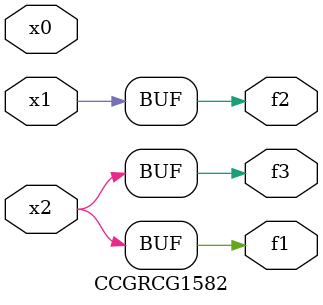
<source format=v>
module CCGRCG1582(
	input x0, x1, x2,
	output f1, f2, f3
);
	assign f1 = x2;
	assign f2 = x1;
	assign f3 = x2;
endmodule

</source>
